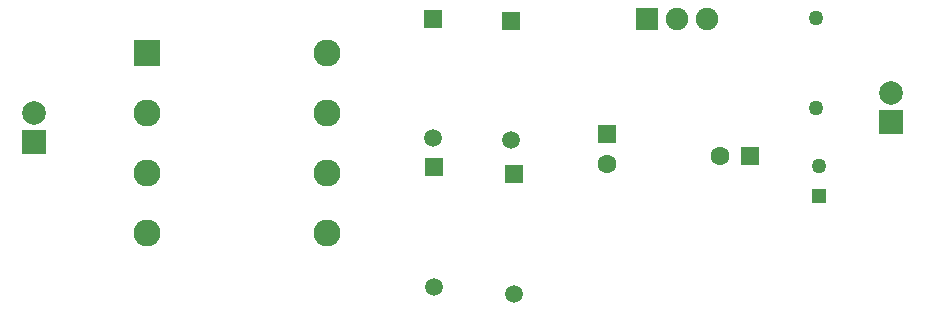
<source format=gbr>
G04 DipTrace 3.0.0.1*
G04 Top.gbr*
%MOIN*%
G04 #@! TF.FileFunction,Copper,L1,Top*
G04 #@! TF.Part,Single*
G04 #@! TA.AperFunction,ComponentPad*
%ADD15C,0.062992*%
%ADD16R,0.062992X0.062992*%
%ADD17R,0.059055X0.059055*%
%ADD18C,0.059055*%
%ADD19C,0.05*%
%ADD20R,0.05X0.05*%
%ADD22R,0.07874X0.07874*%
%ADD23C,0.07874*%
%ADD24C,0.05*%
%ADD26R,0.09X0.09*%
%ADD27C,0.09*%
%ADD28R,0.074803X0.074803*%
%ADD29C,0.074803*%
%FSLAX26Y26*%
G04*
G70*
G90*
G75*
G01*
G04 Top*
%LPD*%
D15*
X2494882Y979528D3*
D16*
Y1079528D3*
D15*
X2872835Y1006299D3*
D16*
X2972835D3*
D17*
X1916535Y1462598D3*
D18*
Y1064961D3*
D17*
X1917717Y966535D3*
D18*
Y568898D3*
D17*
X2175591Y1456299D3*
D18*
Y1058661D3*
D17*
X2184252Y943307D3*
D18*
Y545669D3*
D19*
X3201575Y971260D3*
D20*
Y871260D3*
D22*
X585039Y1051181D3*
D23*
Y1148425D3*
D19*
X3192520Y1464567D3*
D24*
Y1164567D3*
D26*
X963021Y1348425D3*
D27*
Y1148425D3*
Y948425D3*
Y748425D3*
X1563021D3*
Y948425D3*
Y1148425D3*
Y1348425D3*
D28*
X2628346Y1462205D3*
D29*
X2728346D3*
X2828346D3*
D22*
X3443307Y1118504D3*
D23*
Y1215748D3*
M02*

</source>
